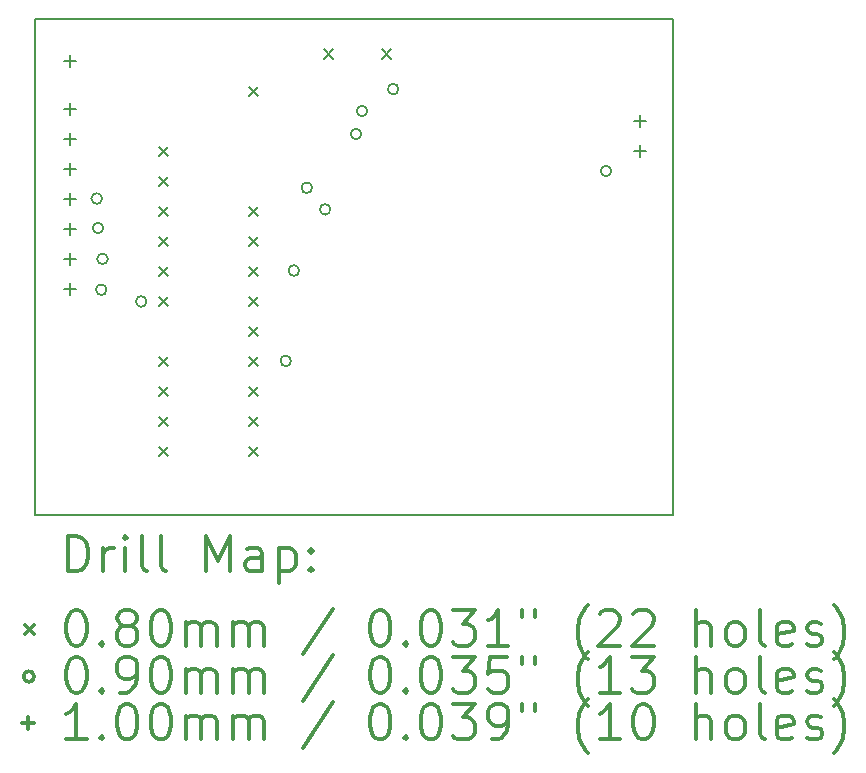
<source format=gbr>
%FSLAX45Y45*%
G04 Gerber Fmt 4.5, Leading zero omitted, Abs format (unit mm)*
G04 Created by KiCad (PCBNEW (5.0.1)-3) date 1/23/2022 6:52:07 PM*
%MOMM*%
%LPD*%
G01*
G04 APERTURE LIST*
%ADD10C,0.150000*%
%ADD11C,0.200000*%
%ADD12C,0.300000*%
G04 APERTURE END LIST*
D10*
X5434140Y-4236680D02*
X5434140Y-36680D01*
X2034140Y-4236680D02*
X5434140Y-4236680D01*
X34140Y-4236680D02*
X2034140Y-4236680D01*
X34140Y-36680D02*
X34140Y-4236680D01*
X5434140Y-36680D02*
X34140Y-36680D01*
D11*
X1080140Y-1114680D02*
X1160140Y-1194680D01*
X1160140Y-1114680D02*
X1080140Y-1194680D01*
X1080140Y-1368680D02*
X1160140Y-1448680D01*
X1160140Y-1368680D02*
X1080140Y-1448680D01*
X1080140Y-1622680D02*
X1160140Y-1702680D01*
X1160140Y-1622680D02*
X1080140Y-1702680D01*
X1080140Y-1876680D02*
X1160140Y-1956680D01*
X1160140Y-1876680D02*
X1080140Y-1956680D01*
X1080140Y-2130680D02*
X1160140Y-2210680D01*
X1160140Y-2130680D02*
X1080140Y-2210680D01*
X1080140Y-2384680D02*
X1160140Y-2464680D01*
X1160140Y-2384680D02*
X1080140Y-2464680D01*
X1080140Y-2892680D02*
X1160140Y-2972680D01*
X1160140Y-2892680D02*
X1080140Y-2972680D01*
X1080140Y-3146680D02*
X1160140Y-3226680D01*
X1160140Y-3146680D02*
X1080140Y-3226680D01*
X1080140Y-3400680D02*
X1160140Y-3480680D01*
X1160140Y-3400680D02*
X1080140Y-3480680D01*
X1080140Y-3654680D02*
X1160140Y-3734680D01*
X1160140Y-3654680D02*
X1080140Y-3734680D01*
X1842140Y-606680D02*
X1922140Y-686680D01*
X1922140Y-606680D02*
X1842140Y-686680D01*
X1842140Y-1622680D02*
X1922140Y-1702680D01*
X1922140Y-1622680D02*
X1842140Y-1702680D01*
X1842140Y-1876680D02*
X1922140Y-1956680D01*
X1922140Y-1876680D02*
X1842140Y-1956680D01*
X1842140Y-2130680D02*
X1922140Y-2210680D01*
X1922140Y-2130680D02*
X1842140Y-2210680D01*
X1842140Y-2384680D02*
X1922140Y-2464680D01*
X1922140Y-2384680D02*
X1842140Y-2464680D01*
X1842140Y-2638680D02*
X1922140Y-2718680D01*
X1922140Y-2638680D02*
X1842140Y-2718680D01*
X1842140Y-2892680D02*
X1922140Y-2972680D01*
X1922140Y-2892680D02*
X1842140Y-2972680D01*
X1842140Y-3146680D02*
X1922140Y-3226680D01*
X1922140Y-3146680D02*
X1842140Y-3226680D01*
X1842140Y-3400680D02*
X1922140Y-3480680D01*
X1922140Y-3400680D02*
X1842140Y-3480680D01*
X1842140Y-3654680D02*
X1922140Y-3734680D01*
X1922140Y-3654680D02*
X1842140Y-3734680D01*
X2479680Y-287660D02*
X2559680Y-367660D01*
X2559680Y-287660D02*
X2479680Y-367660D01*
X2967680Y-287660D02*
X3047680Y-367660D01*
X3047680Y-287660D02*
X2967680Y-367660D01*
X601260Y-1553460D02*
G75*
G03X601260Y-1553460I-45000J0D01*
G01*
X611420Y-1802380D02*
G75*
G03X611420Y-1802380I-45000J0D01*
G01*
X639360Y-2325620D02*
G75*
G03X639360Y-2325620I-45000J0D01*
G01*
X649520Y-2064000D02*
G75*
G03X649520Y-2064000I-45000J0D01*
G01*
X977180Y-2424680D02*
G75*
G03X977180Y-2424680I-45000J0D01*
G01*
X2201460Y-2928620D02*
G75*
G03X2201460Y-2928620I-45000J0D01*
G01*
X2270040Y-2163060D02*
G75*
G03X2270040Y-2163060I-45000J0D01*
G01*
X2379260Y-1462020D02*
G75*
G03X2379260Y-1462020I-45000J0D01*
G01*
X2534200Y-1644900D02*
G75*
G03X2534200Y-1644900I-45000J0D01*
G01*
X2795820Y-1007360D02*
G75*
G03X2795820Y-1007360I-45000J0D01*
G01*
X2846620Y-811780D02*
G75*
G03X2846620Y-811780I-45000J0D01*
G01*
X3110780Y-626360D02*
G75*
G03X3110780Y-626360I-45000J0D01*
G01*
X4913352Y-1319780D02*
G75*
G03X4913352Y-1319780I-45000J0D01*
G01*
X332740Y-1252000D02*
X332740Y-1352000D01*
X282740Y-1302000D02*
X382740Y-1302000D01*
X332740Y-1506000D02*
X332740Y-1606000D01*
X282740Y-1556000D02*
X382740Y-1556000D01*
X332740Y-1760000D02*
X332740Y-1860000D01*
X282740Y-1810000D02*
X382740Y-1810000D01*
X332740Y-2014000D02*
X332740Y-2114000D01*
X282740Y-2064000D02*
X382740Y-2064000D01*
X332740Y-2268000D02*
X332740Y-2368000D01*
X282740Y-2318000D02*
X382740Y-2318000D01*
X332740Y-744000D02*
X332740Y-844000D01*
X282740Y-794000D02*
X382740Y-794000D01*
X332740Y-998000D02*
X332740Y-1098000D01*
X282740Y-1048000D02*
X382740Y-1048000D01*
X5158740Y-845600D02*
X5158740Y-945600D01*
X5108740Y-895600D02*
X5208740Y-895600D01*
X5158740Y-1099600D02*
X5158740Y-1199600D01*
X5108740Y-1149600D02*
X5208740Y-1149600D01*
X332740Y-337600D02*
X332740Y-437600D01*
X282740Y-387600D02*
X382740Y-387600D01*
D12*
X313068Y-4709894D02*
X313068Y-4409894D01*
X384497Y-4409894D01*
X427354Y-4424180D01*
X455926Y-4452752D01*
X470211Y-4481323D01*
X484497Y-4538466D01*
X484497Y-4581323D01*
X470211Y-4638466D01*
X455926Y-4667037D01*
X427354Y-4695609D01*
X384497Y-4709894D01*
X313068Y-4709894D01*
X613068Y-4709894D02*
X613068Y-4509894D01*
X613068Y-4567037D02*
X627354Y-4538466D01*
X641640Y-4524180D01*
X670211Y-4509894D01*
X698783Y-4509894D01*
X798783Y-4709894D02*
X798783Y-4509894D01*
X798783Y-4409894D02*
X784497Y-4424180D01*
X798783Y-4438466D01*
X813068Y-4424180D01*
X798783Y-4409894D01*
X798783Y-4438466D01*
X984497Y-4709894D02*
X955926Y-4695609D01*
X941640Y-4667037D01*
X941640Y-4409894D01*
X1141640Y-4709894D02*
X1113068Y-4695609D01*
X1098783Y-4667037D01*
X1098783Y-4409894D01*
X1484497Y-4709894D02*
X1484497Y-4409894D01*
X1584497Y-4624180D01*
X1684497Y-4409894D01*
X1684497Y-4709894D01*
X1955926Y-4709894D02*
X1955926Y-4552752D01*
X1941640Y-4524180D01*
X1913068Y-4509894D01*
X1855926Y-4509894D01*
X1827354Y-4524180D01*
X1955926Y-4695609D02*
X1927354Y-4709894D01*
X1855926Y-4709894D01*
X1827354Y-4695609D01*
X1813068Y-4667037D01*
X1813068Y-4638466D01*
X1827354Y-4609894D01*
X1855926Y-4595609D01*
X1927354Y-4595609D01*
X1955926Y-4581323D01*
X2098783Y-4509894D02*
X2098783Y-4809894D01*
X2098783Y-4524180D02*
X2127354Y-4509894D01*
X2184497Y-4509894D01*
X2213068Y-4524180D01*
X2227354Y-4538466D01*
X2241640Y-4567037D01*
X2241640Y-4652752D01*
X2227354Y-4681323D01*
X2213068Y-4695609D01*
X2184497Y-4709894D01*
X2127354Y-4709894D01*
X2098783Y-4695609D01*
X2370211Y-4681323D02*
X2384497Y-4695609D01*
X2370211Y-4709894D01*
X2355926Y-4695609D01*
X2370211Y-4681323D01*
X2370211Y-4709894D01*
X2370211Y-4524180D02*
X2384497Y-4538466D01*
X2370211Y-4552752D01*
X2355926Y-4538466D01*
X2370211Y-4524180D01*
X2370211Y-4552752D01*
X-53360Y-5164180D02*
X26640Y-5244180D01*
X26640Y-5164180D02*
X-53360Y-5244180D01*
X370211Y-5039894D02*
X398783Y-5039894D01*
X427354Y-5054180D01*
X441640Y-5068466D01*
X455926Y-5097037D01*
X470211Y-5154180D01*
X470211Y-5225609D01*
X455926Y-5282752D01*
X441640Y-5311323D01*
X427354Y-5325609D01*
X398783Y-5339894D01*
X370211Y-5339894D01*
X341640Y-5325609D01*
X327354Y-5311323D01*
X313068Y-5282752D01*
X298783Y-5225609D01*
X298783Y-5154180D01*
X313068Y-5097037D01*
X327354Y-5068466D01*
X341640Y-5054180D01*
X370211Y-5039894D01*
X598783Y-5311323D02*
X613068Y-5325609D01*
X598783Y-5339894D01*
X584497Y-5325609D01*
X598783Y-5311323D01*
X598783Y-5339894D01*
X784497Y-5168466D02*
X755926Y-5154180D01*
X741640Y-5139894D01*
X727354Y-5111323D01*
X727354Y-5097037D01*
X741640Y-5068466D01*
X755926Y-5054180D01*
X784497Y-5039894D01*
X841640Y-5039894D01*
X870211Y-5054180D01*
X884497Y-5068466D01*
X898783Y-5097037D01*
X898783Y-5111323D01*
X884497Y-5139894D01*
X870211Y-5154180D01*
X841640Y-5168466D01*
X784497Y-5168466D01*
X755926Y-5182752D01*
X741640Y-5197037D01*
X727354Y-5225609D01*
X727354Y-5282752D01*
X741640Y-5311323D01*
X755926Y-5325609D01*
X784497Y-5339894D01*
X841640Y-5339894D01*
X870211Y-5325609D01*
X884497Y-5311323D01*
X898783Y-5282752D01*
X898783Y-5225609D01*
X884497Y-5197037D01*
X870211Y-5182752D01*
X841640Y-5168466D01*
X1084497Y-5039894D02*
X1113068Y-5039894D01*
X1141640Y-5054180D01*
X1155926Y-5068466D01*
X1170211Y-5097037D01*
X1184497Y-5154180D01*
X1184497Y-5225609D01*
X1170211Y-5282752D01*
X1155926Y-5311323D01*
X1141640Y-5325609D01*
X1113068Y-5339894D01*
X1084497Y-5339894D01*
X1055926Y-5325609D01*
X1041640Y-5311323D01*
X1027354Y-5282752D01*
X1013068Y-5225609D01*
X1013068Y-5154180D01*
X1027354Y-5097037D01*
X1041640Y-5068466D01*
X1055926Y-5054180D01*
X1084497Y-5039894D01*
X1313068Y-5339894D02*
X1313068Y-5139894D01*
X1313068Y-5168466D02*
X1327354Y-5154180D01*
X1355926Y-5139894D01*
X1398783Y-5139894D01*
X1427354Y-5154180D01*
X1441640Y-5182752D01*
X1441640Y-5339894D01*
X1441640Y-5182752D02*
X1455926Y-5154180D01*
X1484497Y-5139894D01*
X1527354Y-5139894D01*
X1555926Y-5154180D01*
X1570211Y-5182752D01*
X1570211Y-5339894D01*
X1713068Y-5339894D02*
X1713068Y-5139894D01*
X1713068Y-5168466D02*
X1727354Y-5154180D01*
X1755926Y-5139894D01*
X1798783Y-5139894D01*
X1827354Y-5154180D01*
X1841640Y-5182752D01*
X1841640Y-5339894D01*
X1841640Y-5182752D02*
X1855926Y-5154180D01*
X1884497Y-5139894D01*
X1927354Y-5139894D01*
X1955926Y-5154180D01*
X1970211Y-5182752D01*
X1970211Y-5339894D01*
X2555926Y-5025609D02*
X2298783Y-5411323D01*
X2941640Y-5039894D02*
X2970211Y-5039894D01*
X2998783Y-5054180D01*
X3013068Y-5068466D01*
X3027354Y-5097037D01*
X3041640Y-5154180D01*
X3041640Y-5225609D01*
X3027354Y-5282752D01*
X3013068Y-5311323D01*
X2998783Y-5325609D01*
X2970211Y-5339894D01*
X2941640Y-5339894D01*
X2913068Y-5325609D01*
X2898783Y-5311323D01*
X2884497Y-5282752D01*
X2870211Y-5225609D01*
X2870211Y-5154180D01*
X2884497Y-5097037D01*
X2898783Y-5068466D01*
X2913068Y-5054180D01*
X2941640Y-5039894D01*
X3170211Y-5311323D02*
X3184497Y-5325609D01*
X3170211Y-5339894D01*
X3155926Y-5325609D01*
X3170211Y-5311323D01*
X3170211Y-5339894D01*
X3370211Y-5039894D02*
X3398783Y-5039894D01*
X3427354Y-5054180D01*
X3441640Y-5068466D01*
X3455926Y-5097037D01*
X3470211Y-5154180D01*
X3470211Y-5225609D01*
X3455926Y-5282752D01*
X3441640Y-5311323D01*
X3427354Y-5325609D01*
X3398783Y-5339894D01*
X3370211Y-5339894D01*
X3341640Y-5325609D01*
X3327354Y-5311323D01*
X3313068Y-5282752D01*
X3298783Y-5225609D01*
X3298783Y-5154180D01*
X3313068Y-5097037D01*
X3327354Y-5068466D01*
X3341640Y-5054180D01*
X3370211Y-5039894D01*
X3570211Y-5039894D02*
X3755926Y-5039894D01*
X3655926Y-5154180D01*
X3698783Y-5154180D01*
X3727354Y-5168466D01*
X3741640Y-5182752D01*
X3755926Y-5211323D01*
X3755926Y-5282752D01*
X3741640Y-5311323D01*
X3727354Y-5325609D01*
X3698783Y-5339894D01*
X3613068Y-5339894D01*
X3584497Y-5325609D01*
X3570211Y-5311323D01*
X4041640Y-5339894D02*
X3870211Y-5339894D01*
X3955926Y-5339894D02*
X3955926Y-5039894D01*
X3927354Y-5082752D01*
X3898783Y-5111323D01*
X3870211Y-5125609D01*
X4155926Y-5039894D02*
X4155926Y-5097037D01*
X4270211Y-5039894D02*
X4270211Y-5097037D01*
X4713068Y-5454180D02*
X4698783Y-5439894D01*
X4670211Y-5397037D01*
X4655926Y-5368466D01*
X4641640Y-5325609D01*
X4627354Y-5254180D01*
X4627354Y-5197037D01*
X4641640Y-5125609D01*
X4655926Y-5082752D01*
X4670211Y-5054180D01*
X4698783Y-5011323D01*
X4713068Y-4997037D01*
X4813068Y-5068466D02*
X4827354Y-5054180D01*
X4855926Y-5039894D01*
X4927354Y-5039894D01*
X4955926Y-5054180D01*
X4970211Y-5068466D01*
X4984497Y-5097037D01*
X4984497Y-5125609D01*
X4970211Y-5168466D01*
X4798783Y-5339894D01*
X4984497Y-5339894D01*
X5098783Y-5068466D02*
X5113068Y-5054180D01*
X5141640Y-5039894D01*
X5213068Y-5039894D01*
X5241640Y-5054180D01*
X5255926Y-5068466D01*
X5270211Y-5097037D01*
X5270211Y-5125609D01*
X5255926Y-5168466D01*
X5084497Y-5339894D01*
X5270211Y-5339894D01*
X5627354Y-5339894D02*
X5627354Y-5039894D01*
X5755926Y-5339894D02*
X5755926Y-5182752D01*
X5741640Y-5154180D01*
X5713068Y-5139894D01*
X5670211Y-5139894D01*
X5641640Y-5154180D01*
X5627354Y-5168466D01*
X5941640Y-5339894D02*
X5913068Y-5325609D01*
X5898783Y-5311323D01*
X5884497Y-5282752D01*
X5884497Y-5197037D01*
X5898783Y-5168466D01*
X5913068Y-5154180D01*
X5941640Y-5139894D01*
X5984497Y-5139894D01*
X6013068Y-5154180D01*
X6027354Y-5168466D01*
X6041640Y-5197037D01*
X6041640Y-5282752D01*
X6027354Y-5311323D01*
X6013068Y-5325609D01*
X5984497Y-5339894D01*
X5941640Y-5339894D01*
X6213068Y-5339894D02*
X6184497Y-5325609D01*
X6170211Y-5297037D01*
X6170211Y-5039894D01*
X6441640Y-5325609D02*
X6413068Y-5339894D01*
X6355926Y-5339894D01*
X6327354Y-5325609D01*
X6313068Y-5297037D01*
X6313068Y-5182752D01*
X6327354Y-5154180D01*
X6355926Y-5139894D01*
X6413068Y-5139894D01*
X6441640Y-5154180D01*
X6455926Y-5182752D01*
X6455926Y-5211323D01*
X6313068Y-5239894D01*
X6570211Y-5325609D02*
X6598783Y-5339894D01*
X6655926Y-5339894D01*
X6684497Y-5325609D01*
X6698783Y-5297037D01*
X6698783Y-5282752D01*
X6684497Y-5254180D01*
X6655926Y-5239894D01*
X6613068Y-5239894D01*
X6584497Y-5225609D01*
X6570211Y-5197037D01*
X6570211Y-5182752D01*
X6584497Y-5154180D01*
X6613068Y-5139894D01*
X6655926Y-5139894D01*
X6684497Y-5154180D01*
X6798783Y-5454180D02*
X6813068Y-5439894D01*
X6841640Y-5397037D01*
X6855926Y-5368466D01*
X6870211Y-5325609D01*
X6884497Y-5254180D01*
X6884497Y-5197037D01*
X6870211Y-5125609D01*
X6855926Y-5082752D01*
X6841640Y-5054180D01*
X6813068Y-5011323D01*
X6798783Y-4997037D01*
X26640Y-5600180D02*
G75*
G03X26640Y-5600180I-45000J0D01*
G01*
X370211Y-5435894D02*
X398783Y-5435894D01*
X427354Y-5450180D01*
X441640Y-5464466D01*
X455926Y-5493037D01*
X470211Y-5550180D01*
X470211Y-5621609D01*
X455926Y-5678751D01*
X441640Y-5707323D01*
X427354Y-5721609D01*
X398783Y-5735894D01*
X370211Y-5735894D01*
X341640Y-5721609D01*
X327354Y-5707323D01*
X313068Y-5678751D01*
X298783Y-5621609D01*
X298783Y-5550180D01*
X313068Y-5493037D01*
X327354Y-5464466D01*
X341640Y-5450180D01*
X370211Y-5435894D01*
X598783Y-5707323D02*
X613068Y-5721609D01*
X598783Y-5735894D01*
X584497Y-5721609D01*
X598783Y-5707323D01*
X598783Y-5735894D01*
X755926Y-5735894D02*
X813068Y-5735894D01*
X841640Y-5721609D01*
X855926Y-5707323D01*
X884497Y-5664466D01*
X898783Y-5607323D01*
X898783Y-5493037D01*
X884497Y-5464466D01*
X870211Y-5450180D01*
X841640Y-5435894D01*
X784497Y-5435894D01*
X755926Y-5450180D01*
X741640Y-5464466D01*
X727354Y-5493037D01*
X727354Y-5564466D01*
X741640Y-5593037D01*
X755926Y-5607323D01*
X784497Y-5621609D01*
X841640Y-5621609D01*
X870211Y-5607323D01*
X884497Y-5593037D01*
X898783Y-5564466D01*
X1084497Y-5435894D02*
X1113068Y-5435894D01*
X1141640Y-5450180D01*
X1155926Y-5464466D01*
X1170211Y-5493037D01*
X1184497Y-5550180D01*
X1184497Y-5621609D01*
X1170211Y-5678751D01*
X1155926Y-5707323D01*
X1141640Y-5721609D01*
X1113068Y-5735894D01*
X1084497Y-5735894D01*
X1055926Y-5721609D01*
X1041640Y-5707323D01*
X1027354Y-5678751D01*
X1013068Y-5621609D01*
X1013068Y-5550180D01*
X1027354Y-5493037D01*
X1041640Y-5464466D01*
X1055926Y-5450180D01*
X1084497Y-5435894D01*
X1313068Y-5735894D02*
X1313068Y-5535894D01*
X1313068Y-5564466D02*
X1327354Y-5550180D01*
X1355926Y-5535894D01*
X1398783Y-5535894D01*
X1427354Y-5550180D01*
X1441640Y-5578752D01*
X1441640Y-5735894D01*
X1441640Y-5578752D02*
X1455926Y-5550180D01*
X1484497Y-5535894D01*
X1527354Y-5535894D01*
X1555926Y-5550180D01*
X1570211Y-5578752D01*
X1570211Y-5735894D01*
X1713068Y-5735894D02*
X1713068Y-5535894D01*
X1713068Y-5564466D02*
X1727354Y-5550180D01*
X1755926Y-5535894D01*
X1798783Y-5535894D01*
X1827354Y-5550180D01*
X1841640Y-5578752D01*
X1841640Y-5735894D01*
X1841640Y-5578752D02*
X1855926Y-5550180D01*
X1884497Y-5535894D01*
X1927354Y-5535894D01*
X1955926Y-5550180D01*
X1970211Y-5578752D01*
X1970211Y-5735894D01*
X2555926Y-5421609D02*
X2298783Y-5807323D01*
X2941640Y-5435894D02*
X2970211Y-5435894D01*
X2998783Y-5450180D01*
X3013068Y-5464466D01*
X3027354Y-5493037D01*
X3041640Y-5550180D01*
X3041640Y-5621609D01*
X3027354Y-5678751D01*
X3013068Y-5707323D01*
X2998783Y-5721609D01*
X2970211Y-5735894D01*
X2941640Y-5735894D01*
X2913068Y-5721609D01*
X2898783Y-5707323D01*
X2884497Y-5678751D01*
X2870211Y-5621609D01*
X2870211Y-5550180D01*
X2884497Y-5493037D01*
X2898783Y-5464466D01*
X2913068Y-5450180D01*
X2941640Y-5435894D01*
X3170211Y-5707323D02*
X3184497Y-5721609D01*
X3170211Y-5735894D01*
X3155926Y-5721609D01*
X3170211Y-5707323D01*
X3170211Y-5735894D01*
X3370211Y-5435894D02*
X3398783Y-5435894D01*
X3427354Y-5450180D01*
X3441640Y-5464466D01*
X3455926Y-5493037D01*
X3470211Y-5550180D01*
X3470211Y-5621609D01*
X3455926Y-5678751D01*
X3441640Y-5707323D01*
X3427354Y-5721609D01*
X3398783Y-5735894D01*
X3370211Y-5735894D01*
X3341640Y-5721609D01*
X3327354Y-5707323D01*
X3313068Y-5678751D01*
X3298783Y-5621609D01*
X3298783Y-5550180D01*
X3313068Y-5493037D01*
X3327354Y-5464466D01*
X3341640Y-5450180D01*
X3370211Y-5435894D01*
X3570211Y-5435894D02*
X3755926Y-5435894D01*
X3655926Y-5550180D01*
X3698783Y-5550180D01*
X3727354Y-5564466D01*
X3741640Y-5578752D01*
X3755926Y-5607323D01*
X3755926Y-5678751D01*
X3741640Y-5707323D01*
X3727354Y-5721609D01*
X3698783Y-5735894D01*
X3613068Y-5735894D01*
X3584497Y-5721609D01*
X3570211Y-5707323D01*
X4027354Y-5435894D02*
X3884497Y-5435894D01*
X3870211Y-5578752D01*
X3884497Y-5564466D01*
X3913068Y-5550180D01*
X3984497Y-5550180D01*
X4013068Y-5564466D01*
X4027354Y-5578752D01*
X4041640Y-5607323D01*
X4041640Y-5678751D01*
X4027354Y-5707323D01*
X4013068Y-5721609D01*
X3984497Y-5735894D01*
X3913068Y-5735894D01*
X3884497Y-5721609D01*
X3870211Y-5707323D01*
X4155926Y-5435894D02*
X4155926Y-5493037D01*
X4270211Y-5435894D02*
X4270211Y-5493037D01*
X4713068Y-5850180D02*
X4698783Y-5835894D01*
X4670211Y-5793037D01*
X4655926Y-5764466D01*
X4641640Y-5721609D01*
X4627354Y-5650180D01*
X4627354Y-5593037D01*
X4641640Y-5521609D01*
X4655926Y-5478752D01*
X4670211Y-5450180D01*
X4698783Y-5407323D01*
X4713068Y-5393037D01*
X4984497Y-5735894D02*
X4813068Y-5735894D01*
X4898783Y-5735894D02*
X4898783Y-5435894D01*
X4870211Y-5478752D01*
X4841640Y-5507323D01*
X4813068Y-5521609D01*
X5084497Y-5435894D02*
X5270211Y-5435894D01*
X5170211Y-5550180D01*
X5213068Y-5550180D01*
X5241640Y-5564466D01*
X5255926Y-5578752D01*
X5270211Y-5607323D01*
X5270211Y-5678751D01*
X5255926Y-5707323D01*
X5241640Y-5721609D01*
X5213068Y-5735894D01*
X5127354Y-5735894D01*
X5098783Y-5721609D01*
X5084497Y-5707323D01*
X5627354Y-5735894D02*
X5627354Y-5435894D01*
X5755926Y-5735894D02*
X5755926Y-5578752D01*
X5741640Y-5550180D01*
X5713068Y-5535894D01*
X5670211Y-5535894D01*
X5641640Y-5550180D01*
X5627354Y-5564466D01*
X5941640Y-5735894D02*
X5913068Y-5721609D01*
X5898783Y-5707323D01*
X5884497Y-5678751D01*
X5884497Y-5593037D01*
X5898783Y-5564466D01*
X5913068Y-5550180D01*
X5941640Y-5535894D01*
X5984497Y-5535894D01*
X6013068Y-5550180D01*
X6027354Y-5564466D01*
X6041640Y-5593037D01*
X6041640Y-5678751D01*
X6027354Y-5707323D01*
X6013068Y-5721609D01*
X5984497Y-5735894D01*
X5941640Y-5735894D01*
X6213068Y-5735894D02*
X6184497Y-5721609D01*
X6170211Y-5693037D01*
X6170211Y-5435894D01*
X6441640Y-5721609D02*
X6413068Y-5735894D01*
X6355926Y-5735894D01*
X6327354Y-5721609D01*
X6313068Y-5693037D01*
X6313068Y-5578752D01*
X6327354Y-5550180D01*
X6355926Y-5535894D01*
X6413068Y-5535894D01*
X6441640Y-5550180D01*
X6455926Y-5578752D01*
X6455926Y-5607323D01*
X6313068Y-5635894D01*
X6570211Y-5721609D02*
X6598783Y-5735894D01*
X6655926Y-5735894D01*
X6684497Y-5721609D01*
X6698783Y-5693037D01*
X6698783Y-5678751D01*
X6684497Y-5650180D01*
X6655926Y-5635894D01*
X6613068Y-5635894D01*
X6584497Y-5621609D01*
X6570211Y-5593037D01*
X6570211Y-5578752D01*
X6584497Y-5550180D01*
X6613068Y-5535894D01*
X6655926Y-5535894D01*
X6684497Y-5550180D01*
X6798783Y-5850180D02*
X6813068Y-5835894D01*
X6841640Y-5793037D01*
X6855926Y-5764466D01*
X6870211Y-5721609D01*
X6884497Y-5650180D01*
X6884497Y-5593037D01*
X6870211Y-5521609D01*
X6855926Y-5478752D01*
X6841640Y-5450180D01*
X6813068Y-5407323D01*
X6798783Y-5393037D01*
X-23360Y-5946180D02*
X-23360Y-6046180D01*
X-73360Y-5996180D02*
X26640Y-5996180D01*
X470211Y-6131894D02*
X298783Y-6131894D01*
X384497Y-6131894D02*
X384497Y-5831894D01*
X355926Y-5874751D01*
X327354Y-5903323D01*
X298783Y-5917609D01*
X598783Y-6103323D02*
X613068Y-6117609D01*
X598783Y-6131894D01*
X584497Y-6117609D01*
X598783Y-6103323D01*
X598783Y-6131894D01*
X798783Y-5831894D02*
X827354Y-5831894D01*
X855926Y-5846180D01*
X870211Y-5860466D01*
X884497Y-5889037D01*
X898783Y-5946180D01*
X898783Y-6017609D01*
X884497Y-6074751D01*
X870211Y-6103323D01*
X855926Y-6117609D01*
X827354Y-6131894D01*
X798783Y-6131894D01*
X770211Y-6117609D01*
X755926Y-6103323D01*
X741640Y-6074751D01*
X727354Y-6017609D01*
X727354Y-5946180D01*
X741640Y-5889037D01*
X755926Y-5860466D01*
X770211Y-5846180D01*
X798783Y-5831894D01*
X1084497Y-5831894D02*
X1113068Y-5831894D01*
X1141640Y-5846180D01*
X1155926Y-5860466D01*
X1170211Y-5889037D01*
X1184497Y-5946180D01*
X1184497Y-6017609D01*
X1170211Y-6074751D01*
X1155926Y-6103323D01*
X1141640Y-6117609D01*
X1113068Y-6131894D01*
X1084497Y-6131894D01*
X1055926Y-6117609D01*
X1041640Y-6103323D01*
X1027354Y-6074751D01*
X1013068Y-6017609D01*
X1013068Y-5946180D01*
X1027354Y-5889037D01*
X1041640Y-5860466D01*
X1055926Y-5846180D01*
X1084497Y-5831894D01*
X1313068Y-6131894D02*
X1313068Y-5931894D01*
X1313068Y-5960466D02*
X1327354Y-5946180D01*
X1355926Y-5931894D01*
X1398783Y-5931894D01*
X1427354Y-5946180D01*
X1441640Y-5974751D01*
X1441640Y-6131894D01*
X1441640Y-5974751D02*
X1455926Y-5946180D01*
X1484497Y-5931894D01*
X1527354Y-5931894D01*
X1555926Y-5946180D01*
X1570211Y-5974751D01*
X1570211Y-6131894D01*
X1713068Y-6131894D02*
X1713068Y-5931894D01*
X1713068Y-5960466D02*
X1727354Y-5946180D01*
X1755926Y-5931894D01*
X1798783Y-5931894D01*
X1827354Y-5946180D01*
X1841640Y-5974751D01*
X1841640Y-6131894D01*
X1841640Y-5974751D02*
X1855926Y-5946180D01*
X1884497Y-5931894D01*
X1927354Y-5931894D01*
X1955926Y-5946180D01*
X1970211Y-5974751D01*
X1970211Y-6131894D01*
X2555926Y-5817609D02*
X2298783Y-6203323D01*
X2941640Y-5831894D02*
X2970211Y-5831894D01*
X2998783Y-5846180D01*
X3013068Y-5860466D01*
X3027354Y-5889037D01*
X3041640Y-5946180D01*
X3041640Y-6017609D01*
X3027354Y-6074751D01*
X3013068Y-6103323D01*
X2998783Y-6117609D01*
X2970211Y-6131894D01*
X2941640Y-6131894D01*
X2913068Y-6117609D01*
X2898783Y-6103323D01*
X2884497Y-6074751D01*
X2870211Y-6017609D01*
X2870211Y-5946180D01*
X2884497Y-5889037D01*
X2898783Y-5860466D01*
X2913068Y-5846180D01*
X2941640Y-5831894D01*
X3170211Y-6103323D02*
X3184497Y-6117609D01*
X3170211Y-6131894D01*
X3155926Y-6117609D01*
X3170211Y-6103323D01*
X3170211Y-6131894D01*
X3370211Y-5831894D02*
X3398783Y-5831894D01*
X3427354Y-5846180D01*
X3441640Y-5860466D01*
X3455926Y-5889037D01*
X3470211Y-5946180D01*
X3470211Y-6017609D01*
X3455926Y-6074751D01*
X3441640Y-6103323D01*
X3427354Y-6117609D01*
X3398783Y-6131894D01*
X3370211Y-6131894D01*
X3341640Y-6117609D01*
X3327354Y-6103323D01*
X3313068Y-6074751D01*
X3298783Y-6017609D01*
X3298783Y-5946180D01*
X3313068Y-5889037D01*
X3327354Y-5860466D01*
X3341640Y-5846180D01*
X3370211Y-5831894D01*
X3570211Y-5831894D02*
X3755926Y-5831894D01*
X3655926Y-5946180D01*
X3698783Y-5946180D01*
X3727354Y-5960466D01*
X3741640Y-5974751D01*
X3755926Y-6003323D01*
X3755926Y-6074751D01*
X3741640Y-6103323D01*
X3727354Y-6117609D01*
X3698783Y-6131894D01*
X3613068Y-6131894D01*
X3584497Y-6117609D01*
X3570211Y-6103323D01*
X3898783Y-6131894D02*
X3955926Y-6131894D01*
X3984497Y-6117609D01*
X3998783Y-6103323D01*
X4027354Y-6060466D01*
X4041640Y-6003323D01*
X4041640Y-5889037D01*
X4027354Y-5860466D01*
X4013068Y-5846180D01*
X3984497Y-5831894D01*
X3927354Y-5831894D01*
X3898783Y-5846180D01*
X3884497Y-5860466D01*
X3870211Y-5889037D01*
X3870211Y-5960466D01*
X3884497Y-5989037D01*
X3898783Y-6003323D01*
X3927354Y-6017609D01*
X3984497Y-6017609D01*
X4013068Y-6003323D01*
X4027354Y-5989037D01*
X4041640Y-5960466D01*
X4155926Y-5831894D02*
X4155926Y-5889037D01*
X4270211Y-5831894D02*
X4270211Y-5889037D01*
X4713068Y-6246180D02*
X4698783Y-6231894D01*
X4670211Y-6189037D01*
X4655926Y-6160466D01*
X4641640Y-6117609D01*
X4627354Y-6046180D01*
X4627354Y-5989037D01*
X4641640Y-5917609D01*
X4655926Y-5874751D01*
X4670211Y-5846180D01*
X4698783Y-5803323D01*
X4713068Y-5789037D01*
X4984497Y-6131894D02*
X4813068Y-6131894D01*
X4898783Y-6131894D02*
X4898783Y-5831894D01*
X4870211Y-5874751D01*
X4841640Y-5903323D01*
X4813068Y-5917609D01*
X5170211Y-5831894D02*
X5198783Y-5831894D01*
X5227354Y-5846180D01*
X5241640Y-5860466D01*
X5255926Y-5889037D01*
X5270211Y-5946180D01*
X5270211Y-6017609D01*
X5255926Y-6074751D01*
X5241640Y-6103323D01*
X5227354Y-6117609D01*
X5198783Y-6131894D01*
X5170211Y-6131894D01*
X5141640Y-6117609D01*
X5127354Y-6103323D01*
X5113068Y-6074751D01*
X5098783Y-6017609D01*
X5098783Y-5946180D01*
X5113068Y-5889037D01*
X5127354Y-5860466D01*
X5141640Y-5846180D01*
X5170211Y-5831894D01*
X5627354Y-6131894D02*
X5627354Y-5831894D01*
X5755926Y-6131894D02*
X5755926Y-5974751D01*
X5741640Y-5946180D01*
X5713068Y-5931894D01*
X5670211Y-5931894D01*
X5641640Y-5946180D01*
X5627354Y-5960466D01*
X5941640Y-6131894D02*
X5913068Y-6117609D01*
X5898783Y-6103323D01*
X5884497Y-6074751D01*
X5884497Y-5989037D01*
X5898783Y-5960466D01*
X5913068Y-5946180D01*
X5941640Y-5931894D01*
X5984497Y-5931894D01*
X6013068Y-5946180D01*
X6027354Y-5960466D01*
X6041640Y-5989037D01*
X6041640Y-6074751D01*
X6027354Y-6103323D01*
X6013068Y-6117609D01*
X5984497Y-6131894D01*
X5941640Y-6131894D01*
X6213068Y-6131894D02*
X6184497Y-6117609D01*
X6170211Y-6089037D01*
X6170211Y-5831894D01*
X6441640Y-6117609D02*
X6413068Y-6131894D01*
X6355926Y-6131894D01*
X6327354Y-6117609D01*
X6313068Y-6089037D01*
X6313068Y-5974751D01*
X6327354Y-5946180D01*
X6355926Y-5931894D01*
X6413068Y-5931894D01*
X6441640Y-5946180D01*
X6455926Y-5974751D01*
X6455926Y-6003323D01*
X6313068Y-6031894D01*
X6570211Y-6117609D02*
X6598783Y-6131894D01*
X6655926Y-6131894D01*
X6684497Y-6117609D01*
X6698783Y-6089037D01*
X6698783Y-6074751D01*
X6684497Y-6046180D01*
X6655926Y-6031894D01*
X6613068Y-6031894D01*
X6584497Y-6017609D01*
X6570211Y-5989037D01*
X6570211Y-5974751D01*
X6584497Y-5946180D01*
X6613068Y-5931894D01*
X6655926Y-5931894D01*
X6684497Y-5946180D01*
X6798783Y-6246180D02*
X6813068Y-6231894D01*
X6841640Y-6189037D01*
X6855926Y-6160466D01*
X6870211Y-6117609D01*
X6884497Y-6046180D01*
X6884497Y-5989037D01*
X6870211Y-5917609D01*
X6855926Y-5874751D01*
X6841640Y-5846180D01*
X6813068Y-5803323D01*
X6798783Y-5789037D01*
M02*

</source>
